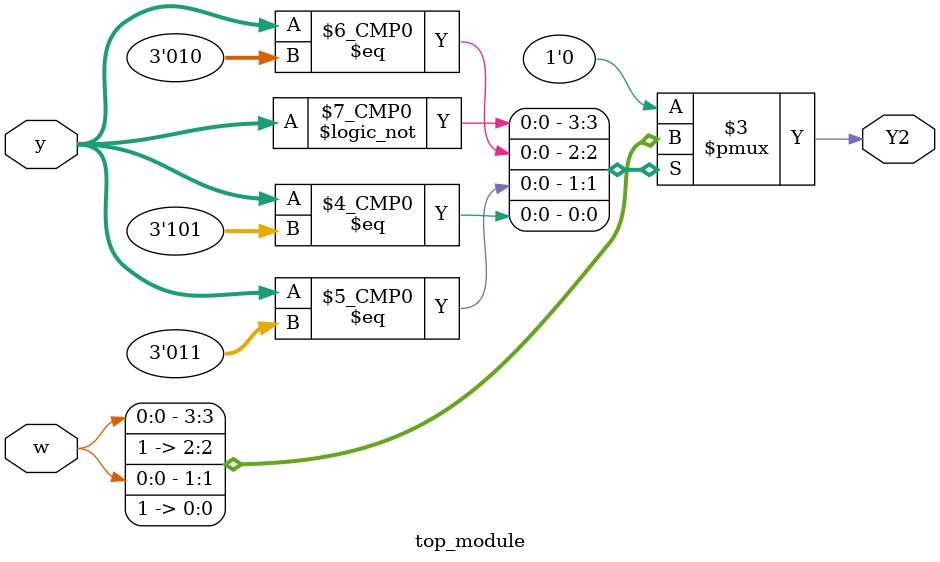
<source format=sv>
module top_module(
    input [3:1] y,
    input w,
    output reg Y2
);

always @(*) begin
    case (y)
        3'b000: // State A
            Y2 = w;
        3'b001: // State B
            Y2 = 1'b0;
        3'b010: // State C
            Y2 = 1'b1;
        3'b011: // State D
            Y2 = w;
        3'b100: // State E
            Y2 = 1'b0;
        3'b101: // State F
            Y2 = 1'b1;
        default:
            Y2 = 1'b0;
    endcase
end

endmodule

</source>
